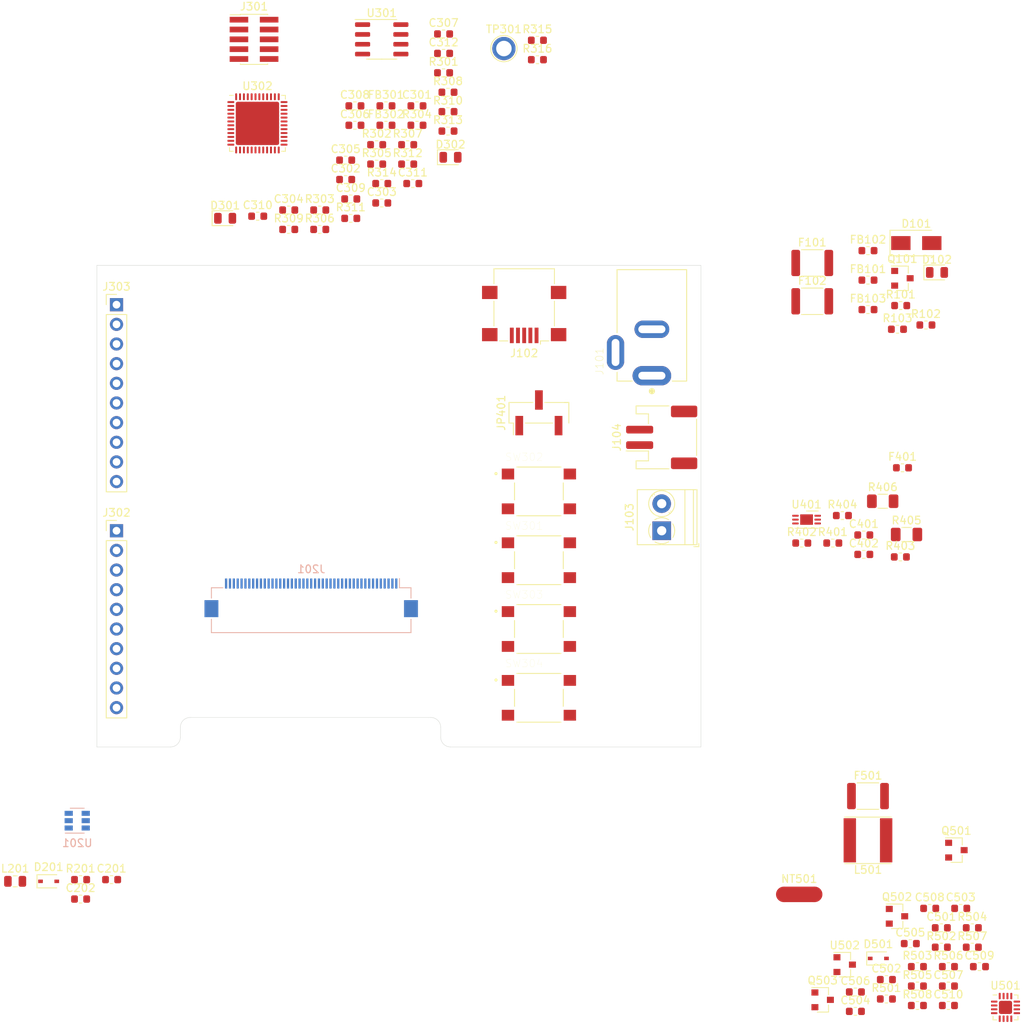
<source format=kicad_pcb>
(kicad_pcb (version 20171130) (host pcbnew "(5.1.5)-3")
  (layers (0 F.Cu signal) (31 B.Cu signal) (34 B.Paste user hide) (35 F.Paste user hide) (36 B.SilkS user) (37 F.SilkS user) (38 B.Mask user) (39 F.Mask user) (44 Edge.Cuts user))
  (net 0 "")
  (net 1 +2V8)
  (net 2 "/(Opt) TFT Display/LED_A")
  (net 3 /Microcontroller/BTN1)
  (net 4 /Microcontroller/BTN2)
  (net 5 /Microcontroller/BTN3)
  (net 6 /Microcontroller/BTN4)
  (net 7 /Microcontroller/~RST)
  (net 8 GNDREF)
  (net 9 /Microcontroller/VDDA)
  (net 10 "/Coulomb Counter/Vbatt_source")
  (net 11 "/Coulomb Counter/Vbatt_out")
  (net 12 /Power/Vin)
  (net 13 GNDPWR)
  (net 14 "Net-(C503-Pad2)")
  (net 15 "Net-(C507-Pad2)")
  (net 16 "Net-(C507-Pad1)")
  (net 17 "Net-(C508-Pad2)")
  (net 18 "Net-(C508-Pad1)")
  (net 19 /Power/Vext)
  (net 20 "Net-(D102-Pad2)")
  (net 21 "Net-(D201-Pad2)")
  (net 22 "Net-(D301-Pad2)")
  (net 23 "Net-(D301-Pad1)")
  (net 24 "Net-(D302-Pad2)")
  (net 25 "Net-(D302-Pad1)")
  (net 26 "Net-(F101-Pad2)")
  (net 27 "Net-(F102-Pad2)")
  (net 28 "Net-(F102-Pad1)")
  (net 29 "Net-(FB101-Pad2)")
  (net 30 "Net-(FB102-Pad1)")
  (net 31 +5V)
  (net 32 "Net-(J101-Pad3)")
  (net 33 "Net-(J102-Pad4)")
  (net 34 /Microcontroller/USB_DP)
  (net 35 /Microcontroller/USB_DM)
  (net 36 "Net-(J201-Pad45)")
  (net 37 "Net-(J201-Pad44)")
  (net 38 "Net-(J201-Pad43)")
  (net 39 "Net-(J201-Pad42)")
  (net 40 "/(Opt) TFT Display/LED_K")
  (net 41 "/(Opt) TFT Display/FMARK")
  (net 42 /Microcontroller/TFT_~CS)
  (net 43 "/(Opt) TFT Display/SCL")
  (net 44 "/(Opt) TFT Display/SDI")
  (net 45 "/(Opt) TFT Display/RESET")
  (net 46 "Net-(J201-Pad1)")
  (net 47 "Net-(J301-Pad8)")
  (net 48 "Net-(J301-Pad7)")
  (net 49 /Microcontroller/SWO)
  (net 50 /Microcontroller/SWCLK)
  (net 51 /Microcontroller/SWDIO)
  (net 52 /Microcontroller/SPI1_NSS)
  (net 53 /Microcontroller/SPI1_MISO)
  (net 54 /Microcontroller/SPI1_MOSI)
  (net 55 /Microcontroller/SPI1_SCK)
  (net 56 /Microcontroller/CC_~AL~CC)
  (net 57 "Net-(J302-Pad3)")
  (net 58 /Microcontroller/PB8)
  (net 59 "Net-(JP401-Pad3)")
  (net 60 "Net-(JP401-Pad1)")
  (net 61 "Net-(Q101-Pad1)")
  (net 62 "Net-(Q502-Pad1)")
  (net 63 "Net-(Q503-Pad1)")
  (net 64 "Net-(R302-Pad2)")
  (net 65 "Net-(R304-Pad2)")
  (net 66 "Net-(R306-Pad2)")
  (net 67 "Net-(R308-Pad2)")
  (net 68 "Net-(R310-Pad2)")
  (net 69 "Net-(R312-Pad2)")
  (net 70 /Microcontroller/CC_SDA)
  (net 71 /Microcontroller/CC_SCL)
  (net 72 /Microcontroller/Pgood)
  (net 73 /Power/En)
  (net 74 "Net-(R504-Pad2)")
  (net 75 /Microcontroller/Vadj)
  (net 76 "/(Opt) TFT Display/BL_CNTRL")
  (net 77 "Net-(U302-Pad38)")
  (net 78 "Net-(U302-Pad6)")
  (net 79 "Net-(U302-Pad5)")
  (net 80 "Net-(U302-Pad4)")
  (net 81 "Net-(U302-Pad3)")
  (net 82 "Net-(U302-Pad2)")
  (net 83 "Net-(U501-Pad11)")
  (net 84 "Net-(U501-Pad9)")
  (net 85 "/(Opt) TFT Display/D~CX")
  (net 86 /Microcontroller/PB9)
  (net 87 "Net-(R315-Pad2)")
  (net 88 "Net-(TP301-Pad1)")
  (net 89 GND)
  (net 90 "Net-(C509-Pad1)")
  (net 91 "Net-(F401-Pad1)")
  (module footprints:CUI_PJ-202B (layer F.Cu) (at 194.945 59.825 90)
    (fp_text reference J101 (at -4.65123 -6.7668 90) (layer F.SilkS) (effects (font (size 1.00027 1.00027) (thickness 0.05))))
    (fp_text value Barrel_Jack_Switch hide)
    (fp_line (start -6 1.75) (end -7 1.75) (layer Edge.Cuts) (width 0.0001))
    (fp_line (start -7 1.75) (end -7 -1.75) (layer Edge.Cuts) (width 0.0001))
    (fp_line (start -7 -1.75) (end -6 -1.75) (layer Edge.Cuts) (width 0.0001))
    (fp_line (start -6 -1.75) (end -6 1.75) (layer Edge.Cuts) (width 0.0001))
    (fp_line (start 0 1.5) (end -1 1.5) (layer Edge.Cuts) (width 0.0001))
    (fp_line (start -1 1.5) (end -1 -1.5) (layer Edge.Cuts) (width 0.0001))
    (fp_line (start -1 -1.5) (end 0 -1.5) (layer Edge.Cuts) (width 0.0001))
    (fp_line (start 0 -1.5) (end 0 1.5) (layer Edge.Cuts) (width 0.0001))
    (fp_line (start -5 -4.2) (end -5 -5.2) (layer Edge.Cuts) (width 0.0001))
    (fp_line (start -5 -5.2) (end -2 -5.2) (layer Edge.Cuts) (width 0.0001))
    (fp_line (start -2 -5.2) (end -2 -4.2) (layer Edge.Cuts) (width 0.0001))
    (fp_line (start -2 -4.2) (end -5 -4.2) (layer Edge.Cuts) (width 0.0001))
    (pad 1 thru_hole oval (at -6.5 0 180) (size 5 2.5) (drill oval 3.5 1) (layers *.Cu *.Mask) (net 26 "Net-(F101-Pad2)"))
    (pad 2 thru_hole oval (at -0.5 0 180) (size 4.5 2.25) (drill oval 3.5 1) (layers *.Cu *.Mask) (net 13 GNDPWR))
    (pad 3 thru_hole oval (at -3.5 -4.7 270) (size 4.5 2.25) (drill oval 3.5 1) (layers *.Cu *.Mask) (net 32 "Net-(J101-Pad3)"))
  )
  (module Package_TO_SOT_SMD:SOT-23 (layer F.Cu) (at 219.875 142.43)
    (fp_text reference U502 (at 0 -2.5) (layer F.SilkS))
    (fp_text value MCP1702)
    (pad 3 smd rect (at 1 0) (size 0.9 0.8) (layers F.Cu F.Paste F.Mask) (net 12 /Power/Vin))
    (pad 2 smd rect (at -1 0.95) (size 0.9 0.8) (layers F.Cu F.Paste F.Mask) (net 1 +2V8))
    (pad 1 smd rect (at -1 -0.95) (size 0.9 0.8) (layers F.Cu F.Paste F.Mask) (net 89 GND))
  )
  (module Package_DFN_QFN:DFN-6-1EP_3x2mm_P0.5mm_EP1.65x1.35mm (layer F.Cu) (at 214.945 84.92)
    (fp_text reference U401 (at 0 -1.95) (layer F.SilkS))
    (fp_text value LTC2942)
    (pad 7 smd rect (at 0 0) (size 1.65 1.35) (layers F.Cu F.Mask))
    (pad 6 smd roundrect (at 1.4375 -0.5) (size 0.825 0.25) (layers F.Cu F.Paste F.Mask) (net 11 "/Coulomb Counter/Vbatt_out"))
    (pad 5 smd roundrect (at 1.4375 0) (size 0.825 0.25) (layers F.Cu F.Paste F.Mask) (net 56 /Microcontroller/CC_~AL~CC))
    (pad 4 smd roundrect (at 1.4375 0.5) (size 0.825 0.25) (layers F.Cu F.Paste F.Mask) (net 70 /Microcontroller/CC_SDA))
    (pad 3 smd roundrect (at -1.4375 0.5) (size 0.825 0.25) (layers F.Cu F.Paste F.Mask) (net 71 /Microcontroller/CC_SCL))
    (pad 2 smd roundrect (at -1.4375 0) (size 0.825 0.25) (layers F.Cu F.Paste F.Mask) (net 89 GND))
    (pad 1 smd roundrect (at -1.4375 -0.5) (size 0.825 0.25) (layers F.Cu F.Paste F.Mask) (net 91 "Net-(F401-Pad1)"))
  )
  (module Package_DFN_QFN:QFN-48-1EP_7x7mm_P0.5mm_EP5.6x5.6mm (layer F.Cu) (at 143.95 33.72)
    (fp_text reference U302 (at 0 -4.82) (layer F.SilkS))
    (fp_text value STM32L452CEUx)
    (pad 48 smd roundrect (at -2.75 -3.4375) (size 0.25 0.875) (layers F.Cu F.Paste F.Mask) (net 1 +2V8))
    (pad 47 smd roundrect (at -2.25 -3.4375) (size 0.25 0.875) (layers F.Cu F.Paste F.Mask) (net 89 GND))
    (pad 46 smd roundrect (at -1.75 -3.4375) (size 0.25 0.875) (layers F.Cu F.Paste F.Mask) (net 86 /Microcontroller/PB9))
    (pad 45 smd roundrect (at -1.25 -3.4375) (size 0.25 0.875) (layers F.Cu F.Paste F.Mask) (net 58 /Microcontroller/PB8))
    (pad 44 smd roundrect (at -0.75 -3.4375) (size 0.25 0.875) (layers F.Cu F.Paste F.Mask) (net 88 "Net-(TP301-Pad1)"))
    (pad 43 smd roundrect (at -0.25 -3.4375) (size 0.25 0.875) (layers F.Cu F.Paste F.Mask) (net 6 /Microcontroller/BTN4))
    (pad 42 smd roundrect (at 0.25 -3.4375) (size 0.25 0.875) (layers F.Cu F.Paste F.Mask) (net 5 /Microcontroller/BTN3))
    (pad 41 smd roundrect (at 0.75 -3.4375) (size 0.25 0.875) (layers F.Cu F.Paste F.Mask) (net 4 /Microcontroller/BTN2))
    (pad 40 smd roundrect (at 1.25 -3.4375) (size 0.25 0.875) (layers F.Cu F.Paste F.Mask) (net 3 /Microcontroller/BTN1))
    (pad 39 smd roundrect (at 1.75 -3.4375) (size 0.25 0.875) (layers F.Cu F.Paste F.Mask) (net 49 /Microcontroller/SWO))
    (pad 38 smd roundrect (at 2.25 -3.4375) (size 0.25 0.875) (layers F.Cu F.Paste F.Mask) (net 77 "Net-(U302-Pad38)"))
    (pad 37 smd roundrect (at 2.75 -3.4375) (size 0.25 0.875) (layers F.Cu F.Paste F.Mask) (net 50 /Microcontroller/SWCLK))
    (pad 36 smd roundrect (at 3.4375 -2.75) (size 0.875 0.25) (layers F.Cu F.Paste F.Mask) (net 1 +2V8))
    (pad 35 smd roundrect (at 3.4375 -2.25) (size 0.875 0.25) (layers F.Cu F.Paste F.Mask) (net 89 GND))
    (pad 34 smd roundrect (at 3.4375 -1.75) (size 0.875 0.25) (layers F.Cu F.Paste F.Mask) (net 51 /Microcontroller/SWDIO))
    (pad 33 smd roundrect (at 3.4375 -1.25) (size 0.875 0.25) (layers F.Cu F.Paste F.Mask) (net 34 /Microcontroller/USB_DP))
    (pad 32 smd roundrect (at 3.4375 -0.75) (size 0.875 0.25) (layers F.Cu F.Paste F.Mask) (net 35 /Microcontroller/USB_DM))
    (pad 31 smd roundrect (at 3.4375 -0.25) (size 0.875 0.25) (layers F.Cu F.Paste F.Mask) (net 70 /Microcontroller/CC_SDA))
    (pad 30 smd roundrect (at 3.4375 0.25) (size 0.875 0.25) (layers F.Cu F.Paste F.Mask) (net 71 /Microcontroller/CC_SCL))
    (pad 29 smd roundrect (at 3.4375 0.75) (size 0.875 0.25) (layers F.Cu F.Paste F.Mask) (net 56 /Microcontroller/CC_~AL~CC))
    (pad 28 smd roundrect (at 3.4375 1.25) (size 0.875 0.25) (layers F.Cu F.Paste F.Mask) (net 44 "/(Opt) TFT Display/SDI"))
    (pad 27 smd roundrect (at 3.4375 1.75) (size 0.875 0.25) (layers F.Cu F.Paste F.Mask) (net 44 "/(Opt) TFT Display/SDI"))
    (pad 26 smd roundrect (at 3.4375 2.25) (size 0.875 0.25) (layers F.Cu F.Paste F.Mask) (net 43 "/(Opt) TFT Display/SCL"))
    (pad 25 smd roundrect (at 3.4375 2.75) (size 0.875 0.25) (layers F.Cu F.Paste F.Mask) (net 42 /Microcontroller/TFT_~CS))
    (pad 24 smd roundrect (at 2.75 3.4375) (size 0.25 0.875) (layers F.Cu F.Paste F.Mask) (net 1 +2V8))
    (pad 23 smd roundrect (at 2.25 3.4375) (size 0.25 0.875) (layers F.Cu F.Paste F.Mask) (net 89 GND))
    (pad 22 smd roundrect (at 1.75 3.4375) (size 0.25 0.875) (layers F.Cu F.Paste F.Mask) (net 45 "/(Opt) TFT Display/RESET"))
    (pad 21 smd roundrect (at 1.25 3.4375) (size 0.25 0.875) (layers F.Cu F.Paste F.Mask) (net 85 "/(Opt) TFT Display/D~CX"))
    (pad 20 smd roundrect (at 0.75 3.4375) (size 0.25 0.875) (layers F.Cu F.Paste F.Mask) (net 25 "Net-(D302-Pad1)"))
    (pad 19 smd roundrect (at 0.25 3.4375) (size 0.25 0.875) (layers F.Cu F.Paste F.Mask) (net 23 "Net-(D301-Pad1)"))
    (pad 18 smd roundrect (at -0.25 3.4375) (size 0.25 0.875) (layers F.Cu F.Paste F.Mask) (net 76 "/(Opt) TFT Display/BL_CNTRL"))
    (pad 17 smd roundrect (at -0.75 3.4375) (size 0.25 0.875) (layers F.Cu F.Paste F.Mask) (net 54 /Microcontroller/SPI1_MOSI))
    (pad 16 smd roundrect (at -1.25 3.4375) (size 0.25 0.875) (layers F.Cu F.Paste F.Mask) (net 53 /Microcontroller/SPI1_MISO))
    (pad 15 smd roundrect (at -1.75 3.4375) (size 0.25 0.875) (layers F.Cu F.Paste F.Mask) (net 55 /Microcontroller/SPI1_SCK))
    (pad 14 smd roundrect (at -2.25 3.4375) (size 0.25 0.875) (layers F.Cu F.Paste F.Mask) (net 75 /Microcontroller/Vadj))
    (pad 13 smd roundrect (at -2.75 3.4375) (size 0.25 0.875) (layers F.Cu F.Paste F.Mask) (net 52 /Microcontroller/SPI1_NSS))
    (pad 12 smd roundrect (at -3.4375 2.75) (size 0.875 0.25) (layers F.Cu F.Paste F.Mask) (net 73 /Power/En))
    (pad 11 smd roundrect (at -3.4375 2.25) (size 0.875 0.25) (layers F.Cu F.Paste F.Mask) (net 72 /Microcontroller/Pgood))
    (pad 10 smd roundrect (at -3.4375 1.75) (size 0.875 0.25) (layers F.Cu F.Paste F.Mask) (net 87 "Net-(R315-Pad2)"))
    (pad 9 smd roundrect (at -3.4375 1.25) (size 0.875 0.25) (layers F.Cu F.Paste F.Mask) (net 9 /Microcontroller/VDDA))
    (pad 8 smd roundrect (at -3.4375 0.75) (size 0.875 0.25) (layers F.Cu F.Paste F.Mask) (net 8 GNDREF))
    (pad 7 smd roundrect (at -3.4375 0.25) (size 0.875 0.25) (layers F.Cu F.Paste F.Mask) (net 7 /Microcontroller/~RST))
    (pad 6 smd roundrect (at -3.4375 -0.25) (size 0.875 0.25) (layers F.Cu F.Paste F.Mask) (net 78 "Net-(U302-Pad6)"))
    (pad 5 smd roundrect (at -3.4375 -0.75) (size 0.875 0.25) (layers F.Cu F.Paste F.Mask) (net 79 "Net-(U302-Pad5)"))
    (pad 4 smd roundrect (at -3.4375 -1.25) (size 0.875 0.25) (layers F.Cu F.Paste F.Mask) (net 80 "Net-(U302-Pad4)"))
    (pad 3 smd roundrect (at -3.4375 -1.75) (size 0.875 0.25) (layers F.Cu F.Paste F.Mask) (net 81 "Net-(U302-Pad3)"))
    (pad 2 smd roundrect (at -3.4375 -2.25) (size 0.875 0.25) (layers F.Cu F.Paste F.Mask) (net 82 "Net-(U302-Pad2)"))
    (pad 1 smd roundrect (at -3.4375 -2.75) (size 0.875 0.25) (layers F.Cu F.Paste F.Mask) (net 1 +2V8))
    (pad 49 smd roundrect (at 0 0) (size 5.6 5.6) (layers F.Cu F.Mask) (roundrect_rratio 0.044643) (net 89 GND))
  )
  (module Package_SO:SOIC-8_3.9x4.9mm_P1.27mm (layer F.Cu) (at 160.02 22.86)
    (fp_text reference U301 (at 0 -3.4) (layer F.SilkS))
    (fp_text value M95256-WMN6P)
    (pad 8 smd roundrect (at 2.475 -1.905) (size 1.95 0.6) (layers F.Cu F.Paste F.Mask) (net 1 +2V8))
    (pad 7 smd roundrect (at 2.475 -0.635) (size 1.95 0.6) (layers F.Cu F.Paste F.Mask) (net 69 "Net-(R312-Pad2)"))
    (pad 6 smd roundrect (at 2.475 0.635) (size 1.95 0.6) (layers F.Cu F.Paste F.Mask) (net 55 /Microcontroller/SPI1_SCK))
    (pad 5 smd roundrect (at 2.475 1.905) (size 1.95 0.6) (layers F.Cu F.Paste F.Mask) (net 54 /Microcontroller/SPI1_MOSI))
    (pad 4 smd roundrect (at -2.475 1.905) (size 1.95 0.6) (layers F.Cu F.Paste F.Mask) (net 89 GND))
    (pad 3 smd roundrect (at -2.475 0.635) (size 1.95 0.6) (layers F.Cu F.Paste F.Mask) (net 68 "Net-(R310-Pad2)"))
    (pad 2 smd roundrect (at -2.475 -0.635) (size 1.95 0.6) (layers F.Cu F.Paste F.Mask) (net 53 /Microcontroller/SPI1_MISO))
    (pad 1 smd roundrect (at -2.475 -1.905) (size 1.95 0.6) (layers F.Cu F.Paste F.Mask) (net 52 /Microcontroller/SPI1_NSS))
  )
  (module Package_TO_SOT_SMD:SOT-23-6 (layer B.Cu) (at 120.65 123.825)
    (fp_text reference U201 (at 0 2.9) (layer B.SilkS) (effects (justify mirror)))
    (fp_text value AP3032)
    (pad 5 smd rect (at 1.1 0) (size 1.06 0.65) (layers B.Cu B.Paste B.Mask) (net 2 "/(Opt) TFT Display/LED_A"))
    (pad 6 smd rect (at 1.1 0.95) (size 1.06 0.65) (layers B.Cu B.Paste B.Mask) (net 1 +2V8))
    (pad 4 smd rect (at 1.1 -0.95) (size 1.06 0.65) (layers B.Cu B.Paste B.Mask) (net 76 "/(Opt) TFT Display/BL_CNTRL"))
    (pad 3 smd rect (at -1.1 -0.95) (size 1.06 0.65) (layers B.Cu B.Paste B.Mask) (net 40 "/(Opt) TFT Display/LED_K"))
    (pad 2 smd rect (at -1.1 0) (size 1.06 0.65) (layers B.Cu B.Paste B.Mask) (net 89 GND))
    (pad 1 smd rect (at -1.1 0.95) (size 1.06 0.65) (layers B.Cu B.Paste B.Mask) (net 21 "Net-(D201-Pad2)"))
  )
  (module footprints:SW_B3FS-1010P (layer F.Cu) (at 180.34 107.95)
    (fp_text reference SW304 (at -1.905 -4.445) (layer F.SilkS) (effects (font (thickness 0.015))))
    (fp_text value SW_Push)
    (pad 2 smd rect (at 4 2.25) (size 1.6 1.4) (layers F.Cu F.Paste F.Mask) (net 89 GND))
    (pad 2 smd rect (at -4 2.25) (size 1.6 1.4) (layers F.Cu F.Paste F.Mask) (net 89 GND))
    (pad 1 smd rect (at 4 -2.25) (size 1.6 1.4) (layers F.Cu F.Paste F.Mask) (net 67 "Net-(R308-Pad2)"))
    (pad 1 smd rect (at -4 -2.25) (size 1.6 1.4) (layers F.Cu F.Paste F.Mask) (net 67 "Net-(R308-Pad2)"))
  )
  (module footprints:SW_B3FS-1010P (layer F.Cu) (at 180.34 99.06)
    (fp_text reference SW303 (at -1.905 -4.445) (layer F.SilkS) (effects (font (thickness 0.015))))
    (fp_text value SW_Push)
    (pad 2 smd rect (at 4 2.25) (size 1.6 1.4) (layers F.Cu F.Paste F.Mask) (net 89 GND))
    (pad 2 smd rect (at -4 2.25) (size 1.6 1.4) (layers F.Cu F.Paste F.Mask) (net 89 GND))
    (pad 1 smd rect (at 4 -2.25) (size 1.6 1.4) (layers F.Cu F.Paste F.Mask) (net 66 "Net-(R306-Pad2)"))
    (pad 1 smd rect (at -4 -2.25) (size 1.6 1.4) (layers F.Cu F.Paste F.Mask) (net 66 "Net-(R306-Pad2)"))
  )
  (module footprints:SW_B3FS-1010P (layer F.Cu) (at 180.34 81.28)
    (fp_text reference SW302 (at -1.905 -4.445) (layer F.SilkS) (effects (font (thickness 0.015))))
    (fp_text value SW_Push)
    (pad 2 smd rect (at 4 2.25) (size 1.6 1.4) (layers F.Cu F.Paste F.Mask) (net 89 GND))
    (pad 2 smd rect (at -4 2.25) (size 1.6 1.4) (layers F.Cu F.Paste F.Mask) (net 89 GND))
    (pad 1 smd rect (at 4 -2.25) (size 1.6 1.4) (layers F.Cu F.Paste F.Mask) (net 65 "Net-(R304-Pad2)"))
    (pad 1 smd rect (at -4 -2.25) (size 1.6 1.4) (layers F.Cu F.Paste F.Mask) (net 65 "Net-(R304-Pad2)"))
  )
  (module footprints:SW_B3FS-1010P (layer F.Cu) (at 180.34 90.17)
    (fp_text reference SW301 (at -1.905 -4.445) (layer F.SilkS) (effects (font (thickness 0.015))))
    (fp_text value SW_Push)
    (pad 2 smd rect (at 4 2.25) (size 1.6 1.4) (layers F.Cu F.Paste F.Mask) (net 89 GND))
    (pad 2 smd rect (at -4 2.25) (size 1.6 1.4) (layers F.Cu F.Paste F.Mask) (net 89 GND))
    (pad 1 smd rect (at 4 -2.25) (size 1.6 1.4) (layers F.Cu F.Paste F.Mask) (net 64 "Net-(R302-Pad2)"))
    (pad 1 smd rect (at -4 -2.25) (size 1.6 1.4) (layers F.Cu F.Paste F.Mask) (net 64 "Net-(R302-Pad2)"))
  )
  (module Resistor_SMD:R_0603_1608Metric (layer F.Cu) (at 229.275 147.71)
    (fp_text reference R508 (at 0 -1.43) (layer F.SilkS))
    (fp_text value 10.5k)
    (pad 2 smd roundrect (at 0.7875 0) (size 0.875 0.95) (layers F.Cu F.Paste F.Mask) (net 17 "Net-(C508-Pad2)"))
    (pad 1 smd roundrect (at -0.7875 0) (size 0.875 0.95) (layers F.Cu F.Paste F.Mask) (net 75 /Microcontroller/Vadj))
  )
  (module Resistor_SMD:R_0603_1608Metric (layer F.Cu) (at 236.375 140.18)
    (fp_text reference R507 (at 0 -1.43) (layer F.SilkS))
    (fp_text value 3.9k)
    (pad 2 smd roundrect (at 0.7875 0) (size 0.875 0.95) (layers F.Cu F.Paste F.Mask) (net 17 "Net-(C508-Pad2)"))
    (pad 1 smd roundrect (at -0.7875 0) (size 0.875 0.95) (layers F.Cu F.Paste F.Mask) (net 89 GND))
  )
  (module Resistor_SMD:R_0603_1608Metric (layer F.Cu) (at 233.285 142.69)
    (fp_text reference R506 (at 0 -1.43) (layer F.SilkS))
    (fp_text value 15k)
    (pad 2 smd roundrect (at 0.7875 0) (size 0.875 0.95) (layers F.Cu F.Paste F.Mask) (net 90 "Net-(C509-Pad1)"))
    (pad 1 smd roundrect (at -0.7875 0) (size 0.875 0.95) (layers F.Cu F.Paste F.Mask) (net 17 "Net-(C508-Pad2)"))
  )
  (module Resistor_SMD:R_0603_1608Metric (layer F.Cu) (at 229.275 145.2)
    (fp_text reference R505 (at 0 -1.43) (layer F.SilkS))
    (fp_text value 95.3k)
    (pad 2 smd roundrect (at 0.7875 0) (size 0.875 0.95) (layers F.Cu F.Paste F.Mask) (net 15 "Net-(C507-Pad2)"))
    (pad 1 smd roundrect (at -0.7875 0) (size 0.875 0.95) (layers F.Cu F.Paste F.Mask) (net 18 "Net-(C508-Pad1)"))
  )
  (module Resistor_SMD:R_0603_1608Metric (layer F.Cu) (at 236.375 137.67)
    (fp_text reference R504 (at 0 -1.43) (layer F.SilkS))
    (fp_text value 2.2k)
    (pad 2 smd roundrect (at 0.7875 0) (size 0.875 0.95) (layers F.Cu F.Paste F.Mask) (net 74 "Net-(R504-Pad2)"))
    (pad 1 smd roundrect (at -0.7875 0) (size 0.875 0.95) (layers F.Cu F.Paste F.Mask) (net 15 "Net-(C507-Pad2)"))
  )
  (module Resistor_SMD:R_0603_1608Metric (layer F.Cu) (at 229.275 142.69)
    (fp_text reference R503 (at 0 -1.43) (layer F.SilkS))
    (fp_text value 10k)
    (pad 2 smd roundrect (at 0.7875 0) (size 0.875 0.95) (layers F.Cu F.Paste F.Mask) (net 89 GND))
    (pad 1 smd roundrect (at -0.7875 0) (size 0.875 0.95) (layers F.Cu F.Paste F.Mask) (net 19 /Power/Vext))
  )
  (module Resistor_SMD:R_0603_1608Metric (layer F.Cu) (at 232.365 140.18)
    (fp_text reference R502 (at 0 -1.43) (layer F.SilkS))
    (fp_text value 10k)
    (pad 2 smd roundrect (at 0.7875 0) (size 0.875 0.95) (layers F.Cu F.Paste F.Mask) (net 73 /Power/En))
    (pad 1 smd roundrect (at -0.7875 0) (size 0.875 0.95) (layers F.Cu F.Paste F.Mask) (net 1 +2V8))
  )
  (module Resistor_SMD:R_0603_1608Metric (layer F.Cu) (at 225.265 146.87)
    (fp_text reference R501 (at 0 -1.43) (layer F.SilkS))
    (fp_text value 10k)
    (pad 2 smd roundrect (at 0.7875 0) (size 0.875 0.95) (layers F.Cu F.Paste F.Mask) (net 72 /Microcontroller/Pgood))
    (pad 1 smd roundrect (at -0.7875 0) (size 0.875 0.95) (layers F.Cu F.Paste F.Mask) (net 1 +2V8))
  )
  (module Resistor_SMD:R_1206_3216Metric (layer F.Cu) (at 227.87 86.845)
    (fp_text reference R405 (at 0 -1.82) (layer F.SilkS))
    (fp_text value 1.1)
    (pad 2 smd roundrect (at 1.4 0) (size 1.25 1.75) (layers F.Cu F.Paste F.Mask) (roundrect_rratio 0.2) (net 59 "Net-(JP401-Pad3)"))
    (pad 1 smd roundrect (at -1.4 0) (size 1.25 1.75) (layers F.Cu F.Paste F.Mask) (roundrect_rratio 0.2) (net 11 "/Coulomb Counter/Vbatt_out"))
  )
  (module Resistor_SMD:R_0603_1608Metric (layer F.Cu) (at 219.575 84.4)
    (fp_text reference R404 (at 0 -1.43) (layer F.SilkS))
    (fp_text value 100m)
    (pad 2 smd roundrect (at 0.7875 0) (size 0.875 0.95) (layers F.Cu F.Paste F.Mask) (net 60 "Net-(JP401-Pad1)"))
    (pad 1 smd roundrect (at -0.7875 0) (size 0.875 0.95) (layers F.Cu F.Paste F.Mask) (net 11 "/Coulomb Counter/Vbatt_out"))
  )
  (module Resistor_SMD:R_0603_1608Metric (layer F.Cu) (at 227.07 89.745)
    (fp_text reference R403 (at 0 -1.43) (layer F.SilkS))
    (fp_text value 10k)
    (pad 2 smd roundrect (at 0.7875 0) (size 0.875 0.95) (layers F.Cu F.Paste F.Mask) (net 1 +2V8))
    (pad 1 smd roundrect (at -0.7875 0) (size 0.875 0.95) (layers F.Cu F.Paste F.Mask) (net 56 /Microcontroller/CC_~AL~CC))
  )
  (module Resistor_SMD:R_0603_1608Metric (layer F.Cu) (at 214.325 87.95)
    (fp_text reference R402 (at 0 -1.43) (layer F.SilkS))
    (fp_text value 2.2k)
    (pad 2 smd roundrect (at 0.7875 0) (size 0.875 0.95) (layers F.Cu F.Paste F.Mask) (net 71 /Microcontroller/CC_SCL))
    (pad 1 smd roundrect (at -0.7875 0) (size 0.875 0.95) (layers F.Cu F.Paste F.Mask) (net 1 +2V8))
  )
  (module Resistor_SMD:R_0603_1608Metric (layer F.Cu) (at 218.335 87.95)
    (fp_text reference R401 (at 0 -1.43) (layer F.SilkS))
    (fp_text value 2.2k)
    (pad 2 smd roundrect (at 0.7875 0) (size 0.875 0.95) (layers F.Cu F.Paste F.Mask) (net 70 /Microcontroller/CC_SDA))
    (pad 1 smd roundrect (at -0.7875 0) (size 0.875 0.95) (layers F.Cu F.Paste F.Mask) (net 1 +2V8))
  )
  (module Resistor_SMD:R_0603_1608Metric (layer F.Cu) (at 160.025 41.495)
    (fp_text reference R314 (at 0 -1.43) (layer F.SilkS))
    (fp_text value 10k)
    (pad 2 smd roundrect (at 0.7875 0) (size 0.875 0.95) (layers F.Cu F.Paste F.Mask) (net 7 /Microcontroller/~RST))
    (pad 1 smd roundrect (at -0.7875 0) (size 0.875 0.95) (layers F.Cu F.Paste F.Mask) (net 1 +2V8))
  )
  (module Resistor_SMD:R_0603_1608Metric (layer F.Cu) (at 168.585 34.715)
    (fp_text reference R313 (at 0 -1.43) (layer F.SilkS))
    (fp_text value 10k)
    (pad 2 smd roundrect (at 0.7875 0) (size 0.875 0.95) (layers F.Cu F.Paste F.Mask) (net 52 /Microcontroller/SPI1_NSS))
    (pad 1 smd roundrect (at -0.7875 0) (size 0.875 0.95) (layers F.Cu F.Paste F.Mask) (net 1 +2V8))
  )
  (module Resistor_SMD:R_0603_1608Metric (layer F.Cu) (at 163.375 38.985)
    (fp_text reference R312 (at 0 -1.43) (layer F.SilkS))
    (fp_text value 10k)
    (pad 2 smd roundrect (at 0.7875 0) (size 0.875 0.95) (layers F.Cu F.Paste F.Mask) (net 69 "Net-(R312-Pad2)"))
    (pad 1 smd roundrect (at -0.7875 0) (size 0.875 0.95) (layers F.Cu F.Paste F.Mask) (net 1 +2V8))
  )
  (module Resistor_SMD:R_0603_1608Metric (layer F.Cu) (at 156.015 45.995)
    (fp_text reference R311 (at 0 -1.43) (layer F.SilkS))
    (fp_text value 1k)
    (pad 2 smd roundrect (at 0.7875 0) (size 0.875 0.95) (layers F.Cu F.Paste F.Mask) (net 24 "Net-(D302-Pad2)"))
    (pad 1 smd roundrect (at -0.7875 0) (size 0.875 0.95) (layers F.Cu F.Paste F.Mask) (net 1 +2V8))
  )
  (module Resistor_SMD:R_0603_1608Metric (layer F.Cu) (at 168.585 32.205)
    (fp_text reference R310 (at 0 -1.43) (layer F.SilkS))
    (fp_text value 10k)
    (pad 2 smd roundrect (at 0.7875 0) (size 0.875 0.95) (layers F.Cu F.Paste F.Mask) (net 68 "Net-(R310-Pad2)"))
    (pad 1 smd roundrect (at -0.7875 0) (size 0.875 0.95) (layers F.Cu F.Paste F.Mask) (net 1 +2V8))
  )
  (module Resistor_SMD:R_0603_1608Metric (layer F.Cu) (at 147.995 47.425)
    (fp_text reference R309 (at 0 -1.43) (layer F.SilkS))
    (fp_text value 1k)
    (pad 2 smd roundrect (at 0.7875 0) (size 0.875 0.95) (layers F.Cu F.Paste F.Mask) (net 22 "Net-(D301-Pad2)"))
    (pad 1 smd roundrect (at -0.7875 0) (size 0.875 0.95) (layers F.Cu F.Paste F.Mask) (net 1 +2V8))
  )
  (module Resistor_SMD:R_0603_1608Metric (layer F.Cu) (at 168.585 29.695)
    (fp_text reference R308 (at 0 -1.43) (layer F.SilkS))
    (fp_text value 1k)
    (pad 2 smd roundrect (at 0.7875 0) (size 0.875 0.95) (layers F.Cu F.Paste F.Mask) (net 67 "Net-(R308-Pad2)"))
    (pad 1 smd roundrect (at -0.7875 0) (size 0.875 0.95) (layers F.Cu F.Paste F.Mask) (net 6 /Microcontroller/BTN4))
  )
  (module Resistor_SMD:R_0603_1608Metric (layer F.Cu) (at 163.375 36.475)
    (fp_text reference R307 (at 0 -1.43) (layer F.SilkS))
    (fp_text value 10k)
    (pad 2 smd roundrect (at 0.7875 0) (size 0.875 0.95) (layers F.Cu F.Paste F.Mask) (net 6 /Microcontroller/BTN4))
    (pad 1 smd roundrect (at -0.7875 0) (size 0.875 0.95) (layers F.Cu F.Paste F.Mask) (net 1 +2V8))
  )
  (module Resistor_SMD:R_0603_1608Metric (layer F.Cu) (at 152.005 47.425)
    (fp_text reference R306 (at 0 -1.43) (layer F.SilkS))
    (fp_text value 1k)
    (pad 2 smd roundrect (at 0.7875 0) (size 0.875 0.95) (layers F.Cu F.Paste F.Mask) (net 66 "Net-(R306-Pad2)"))
    (pad 1 smd roundrect (at -0.7875 0) (size 0.875 0.95) (layers F.Cu F.Paste F.Mask) (net 5 /Microcontroller/BTN3))
  )
  (module Resistor_SMD:R_0603_1608Metric (layer F.Cu) (at 159.365 38.985)
    (fp_text reference R305 (at 0 -1.43) (layer F.SilkS))
    (fp_text value 10k)
    (pad 2 smd roundrect (at 0.7875 0) (size 0.875 0.95) (layers F.Cu F.Paste F.Mask) (net 5 /Microcontroller/BTN3))
    (pad 1 smd roundrect (at -0.7875 0) (size 0.875 0.95) (layers F.Cu F.Paste F.Mask) (net 1 +2V8))
  )
  (module Resistor_SMD:R_0603_1608Metric (layer F.Cu) (at 164.575 33.965)
    (fp_text reference R304 (at 0 -1.43) (layer F.SilkS))
    (fp_text value 1k)
    (pad 2 smd roundrect (at 0.7875 0) (size 0.875 0.95) (layers F.Cu F.Paste F.Mask) (net 65 "Net-(R304-Pad2)"))
    (pad 1 smd roundrect (at -0.7875 0) (size 0.875 0.95) (layers F.Cu F.Paste F.Mask) (net 4 /Microcontroller/BTN2))
  )
  (module Resistor_SMD:R_0603_1608Metric (layer F.Cu) (at 152.005 44.915)
    (fp_text reference R303 (at 0 -1.43) (layer F.SilkS))
    (fp_text value 10k)
    (pad 2 smd roundrect (at 0.7875 0) (size 0.875 0.95) (layers F.Cu F.Paste F.Mask) (net 4 /Microcontroller/BTN2))
    (pad 1 smd roundrect (at -0.7875 0) (size 0.875 0.95) (layers F.Cu F.Paste F.Mask) (net 1 +2V8))
  )
  (module Resistor_SMD:R_0603_1608Metric (layer F.Cu) (at 159.365 36.475)
    (fp_text reference R302 (at 0 -1.43) (layer F.SilkS))
    (fp_text value 1k)
    (pad 2 smd roundrect (at 0.7875 0) (size 0.875 0.95) (layers F.Cu F.Paste F.Mask) (net 64 "Net-(R302-Pad2)"))
    (pad 1 smd roundrect (at -0.7875 0) (size 0.875 0.95) (layers F.Cu F.Paste F.Mask) (net 3 /Microcontroller/BTN1))
  )
  (module Resistor_SMD:R_0603_1608Metric (layer F.Cu) (at 168.015 27.185)
    (fp_text reference R301 (at 0 -1.43) (layer F.SilkS))
    (fp_text value 10k)
    (pad 2 smd roundrect (at 0.7875 0) (size 0.875 0.95) (layers F.Cu F.Paste F.Mask) (net 3 /Microcontroller/BTN1))
    (pad 1 smd roundrect (at -0.7875 0) (size 0.875 0.95) (layers F.Cu F.Paste F.Mask) (net 1 +2V8))
  )
  (module Resistor_SMD:R_0603_1608Metric (layer F.Cu) (at 121.085 131.445)
    (fp_text reference R201 (at 0 -1.43) (layer F.SilkS))
    (fp_text value 10)
    (pad 2 smd roundrect (at 0.7875 0) (size 0.875 0.95) (layers F.Cu F.Paste F.Mask) (net 89 GND))
    (pad 1 smd roundrect (at -0.7875 0) (size 0.875 0.95) (layers F.Cu F.Paste F.Mask) (net 40 "/(Opt) TFT Display/LED_K"))
  )
  (module Resistor_SMD:R_0603_1608Metric (layer F.Cu) (at 226.695 60.325)
    (fp_text reference R103 (at 0 -1.43) (layer F.SilkS))
    (fp_text value 1k)
    (pad 2 smd roundrect (at 0.7875 0) (size 0.875 0.95) (layers F.Cu F.Paste F.Mask) (net 20 "Net-(D102-Pad2)"))
    (pad 1 smd roundrect (at -0.7875 0) (size 0.875 0.95) (layers F.Cu F.Paste F.Mask) (net 12 /Power/Vin))
  )
  (module Resistor_SMD:R_0603_1608Metric (layer F.Cu) (at 230.375 59.775)
    (fp_text reference R102 (at 0 -1.43) (layer F.SilkS))
    (fp_text value 100k)
    (pad 2 smd roundrect (at 0.7875 0) (size 0.875 0.95) (layers F.Cu F.Paste F.Mask) (net 89 GND))
    (pad 1 smd roundrect (at -0.7875 0) (size 0.875 0.95) (layers F.Cu F.Paste F.Mask) (net 61 "Net-(Q101-Pad1)"))
  )
  (module Resistor_SMD:R_0603_1608Metric (layer F.Cu) (at 227.115 57.265)
    (fp_text reference R101 (at 0 -1.43) (layer F.SilkS))
    (fp_text value 1k)
    (pad 2 smd roundrect (at 0.7875 0) (size 0.875 0.95) (layers F.Cu F.Paste F.Mask) (net 61 "Net-(Q101-Pad1)"))
    (pad 1 smd roundrect (at -0.7875 0) (size 0.875 0.95) (layers F.Cu F.Paste F.Mask) (net 19 /Power/Vext))
  )
  (module Package_TO_SOT_SMD:SOT-23 (layer F.Cu) (at 217.025 146.98)
    (fp_text reference Q503 (at 0 -2.5) (layer F.SilkS))
    (fp_text value Q_NMOS_GSD)
    (pad 3 smd rect (at 1 0) (size 0.9 0.8) (layers F.Cu F.Paste F.Mask) (net 15 "Net-(C507-Pad2)"))
    (pad 2 smd rect (at -1 0.95) (size 0.9 0.8) (layers F.Cu F.Paste F.Mask) (net 13 GNDPWR))
    (pad 1 smd rect (at -1 -0.95) (size 0.9 0.8) (layers F.Cu F.Paste F.Mask) (net 63 "Net-(Q503-Pad1)"))
  )
  (module Package_TO_SOT_SMD:SOT-23 (layer F.Cu) (at 226.635 136.18)
    (fp_text reference Q502 (at 0 -2.5) (layer F.SilkS))
    (fp_text value Q_NMOS_GSD)
    (pad 3 smd rect (at 1 0) (size 0.9 0.8) (layers F.Cu F.Paste F.Mask) (net 12 /Power/Vin))
    (pad 2 smd rect (at -1 0.95) (size 0.9 0.8) (layers F.Cu F.Paste F.Mask) (net 15 "Net-(C507-Pad2)"))
    (pad 1 smd rect (at -1 -0.95) (size 0.9 0.8) (layers F.Cu F.Paste F.Mask) (net 62 "Net-(Q502-Pad1)"))
  )
  (module Package_TO_SOT_SMD:SOT-23 (layer F.Cu) (at 234.315 127.635)
    (fp_text reference Q501 (at 0 -2.5) (layer F.SilkS))
    (fp_text value Q_PMOS_GSD)
    (pad 3 smd rect (at 1 0) (size 0.9 0.8) (layers F.Cu F.Paste F.Mask) (net 14 "Net-(C503-Pad2)"))
    (pad 2 smd rect (at -1 0.95) (size 0.9 0.8) (layers F.Cu F.Paste F.Mask) (net 12 /Power/Vin))
    (pad 1 smd rect (at -1 -0.95) (size 0.9 0.8) (layers F.Cu F.Paste F.Mask) (net 19 /Power/Vext))
  )
  (module Package_TO_SOT_SMD:SOT-23 (layer F.Cu) (at 227.335 53.735)
    (fp_text reference Q101 (at 0 -2.5) (layer F.SilkS))
    (fp_text value Q_PMOS_GSD)
    (pad 3 smd rect (at 1 0) (size 0.9 0.8) (layers F.Cu F.Paste F.Mask) (net 12 /Power/Vin))
    (pad 2 smd rect (at -1 0.95) (size 0.9 0.8) (layers F.Cu F.Paste F.Mask) (net 31 +5V))
    (pad 1 smd rect (at -1 -0.95) (size 0.9 0.8) (layers F.Cu F.Paste F.Mask) (net 61 "Net-(Q101-Pad1)"))
  )
  (module NetTie:NetTie-2_SMD_Pad2.0mm (layer F.Cu) (at 213.995 133.35)
    (fp_text reference NT501 (at 0 -2) (layer F.SilkS))
    (fp_text value Net-Tie_2)
    (fp_poly (pts (xy -2 -1) (xy 2 -1) (xy 2 1) (xy -2 1)) (layer F.Cu) (width 0))
    (pad 2 smd circle (at 2 0) (size 2 2) (layers F.Cu) (net 89 GND))
    (pad 1 smd circle (at -2 0) (size 2 2) (layers F.Cu) (net 13 GNDPWR))
  )
  (module footprints:NRS6028-IND-NS (layer F.Cu) (at 222.885 126.365)
    (fp_text reference L501 (at 0 3.81) (layer F.SilkS))
    (fp_text value 50u)
    (pad 2 smd rect (at 2.35 0) (size 1.6 5.7) (layers F.Cu F.Paste F.Mask) (net 90 "Net-(C509-Pad1)"))
    (pad 1 smd rect (at -2.35 0) (size 1.6 5.7) (layers F.Cu F.Paste F.Mask) (net 15 "Net-(C507-Pad2)"))
  )
  (module Inductor_SMD:L_0805_2012Metric (layer F.Cu) (at 112.625 131.665)
    (fp_text reference L201 (at 0 -1.65) (layer F.SilkS))
    (fp_text value 6.8u)
    (pad 2 smd roundrect (at 0.9375 0) (size 0.975 1.4) (layers F.Cu F.Paste F.Mask) (net 21 "Net-(D201-Pad2)"))
    (pad 1 smd roundrect (at -0.9375 0) (size 0.975 1.4) (layers F.Cu F.Paste F.Mask) (net 1 +2V8))
  )
  (module Connector_PinHeader_2.54mm:PinHeader_1x03_P2.54mm_Vertical_SMD_Pin1Left (layer F.Cu) (at 180.34 71.12 90)
    (fp_text reference JP401 (at 0 -4.87 90) (layer F.SilkS))
    (fp_text value Jumper_3_Bridged12)
    (pad 2 smd rect (at 1.655 0 90) (size 2.51 1) (layers F.Cu F.Paste F.Mask) (net 10 "/Coulomb Counter/Vbatt_source"))
    (pad 3 smd rect (at -1.655 2.54 90) (size 2.51 1) (layers F.Cu F.Paste F.Mask) (net 59 "Net-(JP401-Pad3)"))
    (pad 1 smd rect (at -1.655 -2.54 90) (size 2.51 1) (layers F.Cu F.Paste F.Mask) (net 60 "Net-(JP401-Pad1)"))
  )
  (module Connector_PinHeader_2.54mm:PinHeader_1x10_P2.54mm_Vertical (layer F.Cu) (at 125.73 57.15)
    (fp_text reference J303 (at 0 -2.33) (layer F.SilkS))
    (fp_text value Conn_01x10)
    (pad 10 thru_hole oval (at 0 22.86) (size 1.7 1.7) (drill 1) (layers *.Cu *.Mask) (net 89 GND))
    (pad 9 thru_hole oval (at 0 20.32) (size 1.7 1.7) (drill 1) (layers *.Cu *.Mask) (net 1 +2V8))
    (pad 8 thru_hole oval (at 0 17.78) (size 1.7 1.7) (drill 1) (layers *.Cu *.Mask) (net 42 /Microcontroller/TFT_~CS))
    (pad 7 thru_hole oval (at 0 15.24) (size 1.7 1.7) (drill 1) (layers *.Cu *.Mask) (net 44 "/(Opt) TFT Display/SDI"))
    (pad 6 thru_hole oval (at 0 12.7) (size 1.7 1.7) (drill 1) (layers *.Cu *.Mask) (net 44 "/(Opt) TFT Display/SDI"))
    (pad 5 thru_hole oval (at 0 10.16) (size 1.7 1.7) (drill 1) (layers *.Cu *.Mask) (net 43 "/(Opt) TFT Display/SCL"))
    (pad 4 thru_hole oval (at 0 7.62) (size 1.7 1.7) (drill 1) (layers *.Cu *.Mask) (net 86 /Microcontroller/PB9))
    (pad 3 thru_hole oval (at 0 5.08) (size 1.7 1.7) (drill 1) (layers *.Cu *.Mask) (net 58 /Microcontroller/PB8))
    (pad 2 thru_hole oval (at 0 2.54) (size 1.7 1.7) (drill 1) (layers *.Cu *.Mask) (net 1 +2V8))
    (pad 1 thru_hole rect (at 0 0) (size 1.7 1.7) (drill 1) (layers *.Cu *.Mask) (net 89 GND))
  )
  (module Connector_PinHeader_2.54mm:PinHeader_1x10_P2.54mm_Vertical (layer F.Cu) (at 125.73 86.36)
    (fp_text reference J302 (at 0 -2.33) (layer F.SilkS))
    (fp_text value Conn_01x10)
    (pad 10 thru_hole oval (at 0 22.86) (size 1.7 1.7) (drill 1) (layers *.Cu *.Mask) (net 89 GND))
    (pad 9 thru_hole oval (at 0 20.32) (size 1.7 1.7) (drill 1) (layers *.Cu *.Mask) (net 1 +2V8))
    (pad 8 thru_hole oval (at 0 17.78) (size 1.7 1.7) (drill 1) (layers *.Cu *.Mask) (net 52 /Microcontroller/SPI1_NSS))
    (pad 7 thru_hole oval (at 0 15.24) (size 1.7 1.7) (drill 1) (layers *.Cu *.Mask) (net 53 /Microcontroller/SPI1_MISO))
    (pad 6 thru_hole oval (at 0 12.7) (size 1.7 1.7) (drill 1) (layers *.Cu *.Mask) (net 54 /Microcontroller/SPI1_MOSI))
    (pad 5 thru_hole oval (at 0 10.16) (size 1.7 1.7) (drill 1) (layers *.Cu *.Mask) (net 55 /Microcontroller/SPI1_SCK))
    (pad 4 thru_hole oval (at 0 7.62) (size 1.7 1.7) (drill 1) (layers *.Cu *.Mask) (net 75 /Microcontroller/Vadj))
    (pad 3 thru_hole oval (at 0 5.08) (size 1.7 1.7) (drill 1) (layers *.Cu *.Mask) (net 57 "Net-(J302-Pad3)"))
    (pad 2 thru_hole oval (at 0 2.54) (size 1.7 1.7) (drill 1) (layers *.Cu *.Mask) (net 1 +2V8))
    (pad 1 thru_hole rect (at 0 0) (size 1.7 1.7) (drill 1) (layers *.Cu *.Mask) (net 89 GND))
  )
  (module Connector_PinHeader_1.27mm:PinHeader_2x05_P1.27mm_Vertical_SMD (layer F.Cu) (at 143.51 22.86)
    (fp_text reference J301 (at 0 -4.235) (layer F.SilkS))
    (fp_text value Conn_ARM_JTAG_SWD_10)
    (pad 10 smd rect (at 1.95 2.54) (size 2.4 0.74) (layers F.Cu F.Paste F.Mask) (net 7 /Microcontroller/~RST))
    (pad 9 smd rect (at -1.95 2.54) (size 2.4 0.74) (layers F.Cu F.Paste F.Mask) (net 89 GND))
    (pad 8 smd rect (at 1.95 1.27) (size 2.4 0.74) (layers F.Cu F.Paste F.Mask) (net 47 "Net-(J301-Pad8)"))
    (pad 7 smd rect (at -1.95 1.27) (size 2.4 0.74) (layers F.Cu F.Paste F.Mask) (net 48 "Net-(J301-Pad7)"))
    (pad 6 smd rect (at 1.95 0) (size 2.4 0.74) (layers F.Cu F.Paste F.Mask) (net 49 /Microcontroller/SWO))
    (pad 5 smd rect (at -1.95 0) (size 2.4 0.74) (layers F.Cu F.Paste F.Mask) (net 89 GND))
    (pad 4 smd rect (at 1.95 -1.27) (size 2.4 0.74) (layers F.Cu F.Paste F.Mask) (net 50 /Microcontroller/SWCLK))
    (pad 3 smd rect (at -1.95 -1.27) (size 2.4 0.74) (layers F.Cu F.Paste F.Mask) (net 89 GND))
    (pad 2 smd rect (at 1.95 -2.54) (size 2.4 0.74) (layers F.Cu F.Paste F.Mask) (net 51 /Microcontroller/SWDIO))
    (pad 1 smd rect (at -1.95 -2.54) (size 2.4 0.74) (layers F.Cu F.Paste F.Mask) (net 1 +2V8))
  )
  (module Connector_FFC-FPC:Hirose_FH12-45S-0.5SH_1x45-1MP_P0.50mm_Horizontal (layer B.Cu) (at 150.9 95.03 180)
    (fp_text reference J201 (at 0 3.7) (layer B.SilkS) (effects (justify mirror)))
    (fp_text value Conn_2Rows-45Pins)
    (pad 45 smd rect (at 11 1.85 180) (size 0.3 1.3) (layers B.Cu B.Paste B.Mask) (net 36 "Net-(J201-Pad45)"))
    (pad 44 smd rect (at 10.5 1.85 180) (size 0.3 1.3) (layers B.Cu B.Paste B.Mask) (net 37 "Net-(J201-Pad44)"))
    (pad 43 smd rect (at 10 1.85 180) (size 0.3 1.3) (layers B.Cu B.Paste B.Mask) (net 38 "Net-(J201-Pad43)"))
    (pad 42 smd rect (at 9.5 1.85 180) (size 0.3 1.3) (layers B.Cu B.Paste B.Mask) (net 39 "Net-(J201-Pad42)"))
    (pad 41 smd rect (at 9 1.85 180) (size 0.3 1.3) (layers B.Cu B.Paste B.Mask) (net 40 "/(Opt) TFT Display/LED_K"))
    (pad 40 smd rect (at 8.5 1.85 180) (size 0.3 1.3) (layers B.Cu B.Paste B.Mask) (net 2 "/(Opt) TFT Display/LED_A"))
    (pad 39 smd rect (at 8 1.85 180) (size 0.3 1.3) (layers B.Cu B.Paste B.Mask) (net 89 GND))
    (pad 38 smd rect (at 7.5 1.85 180) (size 0.3 1.3) (layers B.Cu B.Paste B.Mask) (net 89 GND))
    (pad 37 smd rect (at 7 1.85 180) (size 0.3 1.3) (layers B.Cu B.Paste B.Mask) (net 1 +2V8))
    (pad 36 smd rect (at 6.5 1.85 180) (size 0.3 1.3) (layers B.Cu B.Paste B.Mask) (net 1 +2V8))
    (pad 35 smd rect (at 6 1.85 180) (size 0.3 1.3) (layers B.Cu B.Paste B.Mask) (net 41 "/(Opt) TFT Display/FMARK"))
    (pad 34 smd rect (at 5.5 1.85 180) (size 0.3 1.3) (layers B.Cu B.Paste B.Mask) (net 42 /Microcontroller/TFT_~CS))
    (pad 33 smd rect (at 5 1.85 180) (size 0.3 1.3) (layers B.Cu B.Paste B.Mask) (net 85 "/(Opt) TFT Display/D~CX"))
    (pad 32 smd rect (at 4.5 1.85 180) (size 0.3 1.3) (layers B.Cu B.Paste B.Mask) (net 43 "/(Opt) TFT Display/SCL"))
    (pad 31 smd rect (at 4 1.85 180) (size 0.3 1.3) (layers B.Cu B.Paste B.Mask) (net 1 +2V8))
    (pad 30 smd rect (at 3.5 1.85 180) (size 0.3 1.3) (layers B.Cu B.Paste B.Mask) (net 44 "/(Opt) TFT Display/SDI"))
    (pad 29 smd rect (at 3 1.85 180) (size 0.3 1.3) (layers B.Cu B.Paste B.Mask) (net 44 "/(Opt) TFT Display/SDI"))
    (pad 28 smd rect (at 2.5 1.85 180) (size 0.3 1.3) (layers B.Cu B.Paste B.Mask) (net 89 GND))
    (pad 27 smd rect (at 2 1.85 180) (size 0.3 1.3) (layers B.Cu B.Paste B.Mask) (net 89 GND))
    (pad 26 smd rect (at 1.5 1.85 180) (size 0.3 1.3) (layers B.Cu B.Paste B.Mask) (net 89 GND))
    (pad 25 smd rect (at 1 1.85 180) (size 0.3 1.3) (layers B.Cu B.Paste B.Mask) (net 89 GND))
    (pad 24 smd rect (at 0.5 1.85 180) (size 0.3 1.3) (layers B.Cu B.Paste B.Mask) (net 89 GND))
    (pad 23 smd rect (at 0 1.85 180) (size 0.3 1.3) (layers B.Cu B.Paste B.Mask) (net 89 GND))
    (pad 22 smd rect (at -0.5 1.85 180) (size 0.3 1.3) (layers B.Cu B.Paste B.Mask) (net 89 GND))
    (pad 21 smd rect (at -1 1.85 180) (size 0.3 1.3) (layers B.Cu B.Paste B.Mask) (net 89 GND))
    (pad 20 smd rect (at -1.5 1.85 180) (size 0.3 1.3) (layers B.Cu B.Paste B.Mask) (net 89 GND))
    (pad 19 smd rect (at -2 1.85 180) (size 0.3 1.3) (layers B.Cu B.Paste B.Mask) (net 89 GND))
    (pad 18 smd rect (at -2.5 1.85 180) (size 0.3 1.3) (layers B.Cu B.Paste B.Mask) (net 89 GND))
    (pad 17 smd rect (at -3 1.85 180) (size 0.3 1.3) (layers B.Cu B.Paste B.Mask) (net 89 GND))
    (pad 16 smd rect (at -3.5 1.85 180) (size 0.3 1.3) (layers B.Cu B.Paste B.Mask) (net 89 GND))
    (pad 15 smd rect (at -4 1.85 180) (size 0.3 1.3) (layers B.Cu B.Paste B.Mask) (net 89 GND))
    (pad 14 smd rect (at -4.5 1.85 180) (size 0.3 1.3) (layers B.Cu B.Paste B.Mask) (net 89 GND))
    (pad 13 smd rect (at -5 1.85 180) (size 0.3 1.3) (layers B.Cu B.Paste B.Mask) (net 89 GND))
    (pad 12 smd rect (at -5.5 1.85 180) (size 0.3 1.3) (layers B.Cu B.Paste B.Mask) (net 89 GND))
    (pad 11 smd rect (at -6 1.85 180) (size 0.3 1.3) (layers B.Cu B.Paste B.Mask) (net 89 GND))
    (pad 10 smd rect (at -6.5 1.85 180) (size 0.3 1.3) (layers B.Cu B.Paste B.Mask) (net 89 GND))
    (pad 9 smd rect (at -7 1.85 180) (size 0.3 1.3) (layers B.Cu B.Paste B.Mask) (net 89 GND))
    (pad 8 smd rect (at -7.5 1.85 180) (size 0.3 1.3) (layers B.Cu B.Paste B.Mask) (net 89 GND))
    (pad 7 smd rect (at -8 1.85 180) (size 0.3 1.3) (layers B.Cu B.Paste B.Mask) (net 89 GND))
    (pad 6 smd rect (at -8.5 1.85 180) (size 0.3 1.3) (layers B.Cu B.Paste B.Mask) (net 45 "/(Opt) TFT Display/RESET"))
    (pad 5 smd rect (at -9 1.85 180) (size 0.3 1.3) (layers B.Cu B.Paste B.Mask) (net 1 +2V8))
    (pad 4 smd rect (at -9.5 1.85 180) (size 0.3 1.3) (layers B.Cu B.Paste B.Mask) (net 1 +2V8))
    (pad 3 smd rect (at -10 1.85 180) (size 0.3 1.3) (layers B.Cu B.Paste B.Mask) (net 1 +2V8))
    (pad 2 smd rect (at -10.5 1.85 180) (size 0.3 1.3) (layers B.Cu B.Paste B.Mask) (net 89 GND))
    (pad 1 smd rect (at -11 1.85 180) (size 0.3 1.3) (layers B.Cu B.Paste B.Mask) (net 46 "Net-(J201-Pad1)"))
    (pad MP smd rect (at -12.9 -1.4 180) (size 1.8 2.2) (layers B.Cu B.Paste B.Mask))
    (pad MP smd rect (at 12.9 -1.4 180) (size 1.8 2.2) (layers B.Cu B.Paste B.Mask))
  )
  (module Connector_JST:JST_PH_S2B-PH-SM4-TB_1x02-1MP_P2.00mm_Horizontal (layer F.Cu) (at 196.215 74.295 90)
    (fp_text reference J104 (at 0 -5.8 90) (layer F.SilkS))
    (fp_text value Conn_01x02)
    (pad MP smd roundrect (at 3.35 2.9 90) (size 1.5 3.4) (layers F.Cu F.Paste F.Mask) (roundrect_rratio 0.166667))
    (pad MP smd roundrect (at -3.35 2.9 90) (size 1.5 3.4) (layers F.Cu F.Paste F.Mask) (roundrect_rratio 0.166667))
    (pad 2 smd roundrect (at 1 -2.85 90) (size 1 3.5) (layers F.Cu F.Paste F.Mask) (net 89 GND))
    (pad 1 smd roundrect (at -1 -2.85 90) (size 1 3.5) (layers F.Cu F.Paste F.Mask) (net 11 "/Coulomb Counter/Vbatt_out"))
  )
  (module TerminalBlock_Phoenix:TerminalBlock_Phoenix_PT-1,5-2-3.5-H_1x02_P3.50mm_Horizontal (layer F.Cu) (at 196.215 86.36 90)
    (fp_text reference J103 (at 1.75 -4.16 270) (layer F.SilkS))
    (fp_text value Screw_Terminal_01x02)
    (pad 2 thru_hole circle (at 3.5 0 90) (size 2.4 2.4) (drill 1.2) (layers *.Cu *.Mask) (net 89 GND))
    (pad 1 thru_hole rect (at 0 0 90) (size 2.4 2.4) (drill 1.2) (layers *.Cu *.Mask) (net 11 "/Coulomb Counter/Vbatt_out"))
  )
  (module Resistor_SMD:R_0603_1608Metric (layer F.Cu) (at 160.565 33.965)
    (fp_text reference FB302 (at 0 -1.43) (layer F.SilkS))
    (fp_text value Ferrite_Bead_Small)
    (pad 2 smd roundrect (at 0.7875 0) (size 0.875 0.95) (layers F.Cu F.Paste F.Mask) (net 1 +2V8))
    (pad 1 smd roundrect (at -0.7875 0) (size 0.875 0.95) (layers F.Cu F.Paste F.Mask) (net 9 /Microcontroller/VDDA))
  )
  (module Resistor_SMD:R_0603_1608Metric (layer F.Cu) (at 160.565 31.455)
    (fp_text reference FB301 (at 0 -1.43) (layer F.SilkS))
    (fp_text value Ferrite_Bead_Small)
    (pad 2 smd roundrect (at 0.7875 0) (size 0.875 0.95) (layers F.Cu F.Paste F.Mask) (net 89 GND))
    (pad 1 smd roundrect (at -0.7875 0) (size 0.875 0.95) (layers F.Cu F.Paste F.Mask) (net 8 GNDREF))
  )
  (module Resistor_SMD:R_0603_1608Metric (layer F.Cu) (at 222.885 57.785)
    (fp_text reference FB103 (at 0 -1.43) (layer F.SilkS))
    (fp_text value Ferrite_Bead_Small)
    (pad 2 smd roundrect (at 0.7875 0) (size 0.875 0.95) (layers F.Cu F.Paste F.Mask) (net 31 +5V))
    (pad 1 smd roundrect (at -0.7875 0) (size 0.875 0.95) (layers F.Cu F.Paste F.Mask) (net 28 "Net-(F102-Pad1)"))
  )
  (module Resistor_SMD:R_0603_1608Metric (layer F.Cu) (at 222.885 50.165)
    (fp_text reference FB102 (at 0 -1.43) (layer F.SilkS))
    (fp_text value Ferrite_Bead_Small)
    (pad 2 smd roundrect (at 0.7875 0) (size 0.875 0.95) (layers F.Cu F.Paste F.Mask) (net 89 GND))
    (pad 1 smd roundrect (at -0.7875 0) (size 0.875 0.95) (layers F.Cu F.Paste F.Mask) (net 30 "Net-(FB102-Pad1)"))
  )
  (module Resistor_SMD:R_0603_1608Metric (layer F.Cu) (at 222.885 53.975)
    (fp_text reference FB101 (at 0 -1.43) (layer F.SilkS))
    (fp_text value Ferrite_Bead_Small)
    (pad 2 smd roundrect (at 0.7875 0) (size 0.875 0.95) (layers F.Cu F.Paste F.Mask) (net 29 "Net-(FB101-Pad2)"))
    (pad 1 smd roundrect (at -0.7875 0) (size 0.875 0.95) (layers F.Cu F.Paste F.Mask) (net 89 GND))
  )
  (module Fuse:Fuse_1812_4532Metric (layer F.Cu) (at 215.68 56.71)
    (fp_text reference F102 (at 0 -2.65) (layer F.SilkS))
    (fp_text value Polyfuse)
    (pad 2 smd roundrect (at 2.1375 0) (size 1.125 3.4) (layers F.Cu F.Paste F.Mask) (roundrect_rratio 0.222222) (net 27 "Net-(F102-Pad2)"))
    (pad 1 smd roundrect (at -2.1375 0) (size 1.125 3.4) (layers F.Cu F.Paste F.Mask) (roundrect_rratio 0.222222) (net 28 "Net-(F102-Pad1)"))
  )
  (module Fuse:Fuse_1812_4532Metric (layer F.Cu) (at 215.68 51.76)
    (fp_text reference F101 (at 0 -2.65) (layer F.SilkS))
    (fp_text value Polyfuse)
    (pad 2 smd roundrect (at 2.1375 0) (size 1.125 3.4) (layers F.Cu F.Paste F.Mask) (roundrect_rratio 0.222222) (net 26 "Net-(F101-Pad2)"))
    (pad 1 smd roundrect (at -2.1375 0) (size 1.125 3.4) (layers F.Cu F.Paste F.Mask) (roundrect_rratio 0.222222) (net 19 /Power/Vext))
  )
  (module Diode_SMD:D_SOD-323 (layer F.Cu) (at 224.225 141.63)
    (fp_text reference D501 (at 0 -1.85) (layer F.SilkS))
    (fp_text value D_Schottky_ALT)
    (pad 2 smd rect (at 1.05 0) (size 0.6 0.45) (layers F.Cu F.Paste F.Mask) (net 14 "Net-(C503-Pad2)"))
    (pad 1 smd rect (at -1.05 0) (size 0.6 0.45) (layers F.Cu F.Paste F.Mask) (net 16 "Net-(C507-Pad1)"))
  )
  (module LED_SMD:LED_0805_2012Metric (layer F.Cu) (at 168.91 38.1)
    (fp_text reference D302 (at 0 -1.65) (layer F.SilkS))
    (fp_text value RED)
    (pad 2 smd roundrect (at 0.9375 0) (size 0.975 1.4) (layers F.Cu F.Paste F.Mask) (net 24 "Net-(D302-Pad2)"))
    (pad 1 smd roundrect (at -0.9375 0) (size 0.975 1.4) (layers F.Cu F.Paste F.Mask) (net 25 "Net-(D302-Pad1)"))
  )
  (module LED_SMD:LED_0805_2012Metric (layer F.Cu) (at 139.775 45.98)
    (fp_text reference D301 (at 0 -1.65) (layer F.SilkS))
    (fp_text value BLU)
    (pad 2 smd roundrect (at 0.9375 0) (size 0.975 1.4) (layers F.Cu F.Paste F.Mask) (net 22 "Net-(D301-Pad2)"))
    (pad 1 smd roundrect (at -0.9375 0) (size 0.975 1.4) (layers F.Cu F.Paste F.Mask) (net 23 "Net-(D301-Pad1)"))
  )
  (module Diode_SMD:D_SOD-323 (layer F.Cu) (at 116.955 131.665)
    (fp_text reference D201 (at 0 -1.85) (layer F.SilkS))
    (fp_text value D_Schottky_ALT)
    (pad 2 smd rect (at 1.05 0) (size 0.6 0.45) (layers F.Cu F.Paste F.Mask) (net 21 "Net-(D201-Pad2)"))
    (pad 1 smd rect (at -1.05 0) (size 0.6 0.45) (layers F.Cu F.Paste F.Mask) (net 2 "/(Opt) TFT Display/LED_A"))
  )
  (module LED_SMD:LED_0805_2012Metric (layer F.Cu) (at 231.805 52.98)
    (fp_text reference D102 (at 0 -1.65) (layer F.SilkS))
    (fp_text value LED)
    (pad 2 smd roundrect (at 0.9375 0) (size 0.975 1.4) (layers F.Cu F.Paste F.Mask) (net 20 "Net-(D102-Pad2)"))
    (pad 1 smd roundrect (at -0.9375 0) (size 0.975 1.4) (layers F.Cu F.Paste F.Mask) (net 89 GND))
  )
  (module Diode_SMD:D_SMA (layer F.Cu) (at 229.135 49.185)
    (fp_text reference D101 (at 0 -2.5) (layer F.SilkS))
    (fp_text value D)
    (pad 2 smd rect (at 2 0) (size 2.5 1.8) (layers F.Cu F.Paste F.Mask) (net 19 /Power/Vext))
    (pad 1 smd rect (at -2 0) (size 2.5 1.8) (layers F.Cu F.Paste F.Mask) (net 12 /Power/Vin))
  )
  (module Capacitor_SMD:C_0603_1608Metric (layer F.Cu) (at 233.285 147.71)
    (fp_text reference C510 (at 0 -1.43) (layer F.SilkS))
    (fp_text value 4.7u)
    (pad 2 smd roundrect (at 0.7875 0) (size 0.875 0.95) (layers F.Cu F.Paste F.Mask) (net 89 GND))
    (pad 1 smd roundrect (at -0.7875 0) (size 0.875 0.95) (layers F.Cu F.Paste F.Mask) (net 90 "Net-(C509-Pad1)"))
  )
  (module Capacitor_SMD:C_0603_1608Metric (layer F.Cu) (at 237.295 142.69)
    (fp_text reference C509 (at 0 -1.43) (layer F.SilkS))
    (fp_text value 0.1u)
    (pad 2 smd roundrect (at 0.7875 0) (size 0.875 0.95) (layers F.Cu F.Paste F.Mask) (net 17 "Net-(C508-Pad2)"))
    (pad 1 smd roundrect (at -0.7875 0) (size 0.875 0.95) (layers F.Cu F.Paste F.Mask) (net 90 "Net-(C509-Pad1)"))
  )
  (module Capacitor_SMD:C_0603_1608Metric (layer F.Cu) (at 230.865 135.16)
    (fp_text reference C508 (at 0 -1.43) (layer F.SilkS))
    (fp_text value 0.1u)
    (pad 2 smd roundrect (at 0.7875 0) (size 0.875 0.95) (layers F.Cu F.Paste F.Mask) (net 17 "Net-(C508-Pad2)"))
    (pad 1 smd roundrect (at -0.7875 0) (size 0.875 0.95) (layers F.Cu F.Paste F.Mask) (net 18 "Net-(C508-Pad1)"))
  )
  (module Capacitor_SMD:C_0603_1608Metric (layer F.Cu) (at 233.285 145.2)
    (fp_text reference C507 (at 0 -1.43) (layer F.SilkS))
    (fp_text value 0.1u)
    (pad 2 smd roundrect (at 0.7875 0) (size 0.875 0.95) (layers F.Cu F.Paste F.Mask) (net 15 "Net-(C507-Pad2)"))
    (pad 1 smd roundrect (at -0.7875 0) (size 0.875 0.95) (layers F.Cu F.Paste F.Mask) (net 16 "Net-(C507-Pad1)"))
  )
  (module Capacitor_SMD:C_0603_1608Metric (layer F.Cu) (at 221.255 145.96)
    (fp_text reference C506 (at 0 -1.43) (layer F.SilkS))
    (fp_text value 1u)
    (pad 2 smd roundrect (at 0.7875 0) (size 0.875 0.95) (layers F.Cu F.Paste F.Mask) (net 89 GND))
    (pad 1 smd roundrect (at -0.7875 0) (size 0.875 0.95) (layers F.Cu F.Paste F.Mask) (net 1 +2V8))
  )
  (module Capacitor_SMD:C_0603_1608Metric (layer F.Cu) (at 228.355 139.71)
    (fp_text reference C505 (at 0 -1.43) (layer F.SilkS))
    (fp_text value 1u)
    (pad 2 smd roundrect (at 0.7875 0) (size 0.875 0.95) (layers F.Cu F.Paste F.Mask) (net 89 GND))
    (pad 1 smd roundrect (at -0.7875 0) (size 0.875 0.95) (layers F.Cu F.Paste F.Mask) (net 12 /Power/Vin))
  )
  (module Capacitor_SMD:C_0603_1608Metric (layer F.Cu) (at 221.255 148.47)
    (fp_text reference C504 (at 0 -1.43) (layer F.SilkS))
    (fp_text value 0.1u)
    (pad 2 smd roundrect (at 0.7875 0) (size 0.875 0.95) (layers F.Cu F.Paste F.Mask) (net 12 /Power/Vin))
    (pad 1 smd roundrect (at -0.7875 0) (size 0.875 0.95) (layers F.Cu F.Paste F.Mask) (net 89 GND))
  )
  (module Capacitor_SMD:C_0603_1608Metric (layer F.Cu) (at 234.875 135.16)
    (fp_text reference C503 (at 0 -1.43) (layer F.SilkS))
    (fp_text value 1u)
    (pad 2 smd roundrect (at 0.7875 0) (size 0.875 0.95) (layers F.Cu F.Paste F.Mask) (net 14 "Net-(C503-Pad2)"))
    (pad 1 smd roundrect (at -0.7875 0) (size 0.875 0.95) (layers F.Cu F.Paste F.Mask) (net 89 GND))
  )
  (module Capacitor_SMD:C_0603_1608Metric (layer F.Cu) (at 225.265 144.36)
    (fp_text reference C502 (at 0 -1.43) (layer F.SilkS))
    (fp_text value 4.7u)
    (pad 2 smd roundrect (at 0.7875 0) (size 0.875 0.95) (layers F.Cu F.Paste F.Mask) (net 13 GNDPWR))
    (pad 1 smd roundrect (at -0.7875 0) (size 0.875 0.95) (layers F.Cu F.Paste F.Mask) (net 12 /Power/Vin))
  )
  (module Capacitor_SMD:C_0603_1608Metric (layer F.Cu) (at 232.365 137.67)
    (fp_text reference C501 (at 0 -1.43) (layer F.SilkS))
    (fp_text value 0.1u)
    (pad 2 smd roundrect (at 0.7875 0) (size 0.875 0.95) (layers F.Cu F.Paste F.Mask) (net 12 /Power/Vin))
    (pad 1 smd roundrect (at -0.7875 0) (size 0.875 0.95) (layers F.Cu F.Paste F.Mask) (net 13 GNDPWR))
  )
  (module Capacitor_SMD:C_0603_1608Metric (layer F.Cu) (at 222.345 89.42)
    (fp_text reference C402 (at 0 -1.43) (layer F.SilkS))
    (fp_text value 1u)
    (pad 2 smd roundrect (at 0.7875 0) (size 0.875 0.95) (layers F.Cu F.Paste F.Mask) (net 89 GND))
    (pad 1 smd roundrect (at -0.7875 0) (size 0.875 0.95) (layers F.Cu F.Paste F.Mask) (net 11 "/Coulomb Counter/Vbatt_out"))
  )
  (module Capacitor_SMD:C_0603_1608Metric (layer F.Cu) (at 222.345 86.91)
    (fp_text reference C401 (at 0 -1.43) (layer F.SilkS))
    (fp_text value 0.1u)
    (pad 2 smd roundrect (at 0.7875 0) (size 0.875 0.95) (layers F.Cu F.Paste F.Mask) (net 10 "/Coulomb Counter/Vbatt_source"))
    (pad 1 smd roundrect (at -0.7875 0) (size 0.875 0.95) (layers F.Cu F.Paste F.Mask) (net 89 GND))
  )
  (module Capacitor_SMD:C_0603_1608Metric (layer F.Cu) (at 168.015 24.675)
    (fp_text reference C312 (at 0 -1.43) (layer F.SilkS))
    (fp_text value 4.7u)
    (pad 2 smd roundrect (at 0.7875 0) (size 0.875 0.95) (layers F.Cu F.Paste F.Mask) (net 89 GND))
    (pad 1 smd roundrect (at -0.7875 0) (size 0.875 0.95) (layers F.Cu F.Paste F.Mask) (net 1 +2V8))
  )
  (module Capacitor_SMD:C_0603_1608Metric (layer F.Cu) (at 164.035 41.495)
    (fp_text reference C311 (at 0 -1.43) (layer F.SilkS))
    (fp_text value 0.1u)
    (pad 2 smd roundrect (at 0.7875 0) (size 0.875 0.95) (layers F.Cu F.Paste F.Mask) (net 89 GND))
    (pad 1 smd roundrect (at -0.7875 0) (size 0.875 0.95) (layers F.Cu F.Paste F.Mask) (net 1 +2V8))
  )
  (module Capacitor_SMD:C_0603_1608Metric (layer F.Cu) (at 143.985 45.715)
    (fp_text reference C310 (at 0 -1.43) (layer F.SilkS))
    (fp_text value 0.1u)
    (pad 2 smd roundrect (at 0.7875 0) (size 0.875 0.95) (layers F.Cu F.Paste F.Mask) (net 89 GND))
    (pad 1 smd roundrect (at -0.7875 0) (size 0.875 0.95) (layers F.Cu F.Paste F.Mask) (net 1 +2V8))
  )
  (module Capacitor_SMD:C_0603_1608Metric (layer F.Cu) (at 156.015 43.485)
    (fp_text reference C309 (at 0 -1.43) (layer F.SilkS))
    (fp_text value 0.1u)
    (pad 2 smd roundrect (at 0.7875 0) (size 0.875 0.95) (layers F.Cu F.Paste F.Mask) (net 89 GND))
    (pad 1 smd roundrect (at -0.7875 0) (size 0.875 0.95) (layers F.Cu F.Paste F.Mask) (net 1 +2V8))
  )
  (module Capacitor_SMD:C_0603_1608Metric (layer F.Cu) (at 156.555 31.455)
    (fp_text reference C308 (at 0 -1.43) (layer F.SilkS))
    (fp_text value 0.1u)
    (pad 2 smd roundrect (at 0.7875 0) (size 0.875 0.95) (layers F.Cu F.Paste F.Mask) (net 89 GND))
    (pad 1 smd roundrect (at -0.7875 0) (size 0.875 0.95) (layers F.Cu F.Paste F.Mask) (net 1 +2V8))
  )
  (module Capacitor_SMD:C_0603_1608Metric (layer F.Cu) (at 168.015 22.165)
    (fp_text reference C307 (at 0 -1.43) (layer F.SilkS))
    (fp_text value 1u)
    (pad 2 smd roundrect (at 0.7875 0) (size 0.875 0.95) (layers F.Cu F.Paste F.Mask) (net 8 GNDREF))
    (pad 1 smd roundrect (at -0.7875 0) (size 0.875 0.95) (layers F.Cu F.Paste F.Mask) (net 9 /Microcontroller/VDDA))
  )
  (module Capacitor_SMD:C_0603_1608Metric (layer F.Cu) (at 156.555 33.965)
    (fp_text reference C306 (at 0 -1.43) (layer F.SilkS))
    (fp_text value 10n)
    (pad 2 smd roundrect (at 0.7875 0) (size 0.875 0.95) (layers F.Cu F.Paste F.Mask) (net 8 GNDREF))
    (pad 1 smd roundrect (at -0.7875 0) (size 0.875 0.95) (layers F.Cu F.Paste F.Mask) (net 9 /Microcontroller/VDDA))
  )
  (module Capacitor_SMD:C_0603_1608Metric (layer F.Cu) (at 155.355 38.465)
    (fp_text reference C305 (at 0 -1.43) (layer F.SilkS))
    (fp_text value 0.1u)
    (pad 2 smd roundrect (at 0.7875 0) (size 0.875 0.95) (layers F.Cu F.Paste F.Mask) (net 7 /Microcontroller/~RST))
    (pad 1 smd roundrect (at -0.7875 0) (size 0.875 0.95) (layers F.Cu F.Paste F.Mask) (net 89 GND))
  )
  (module Capacitor_SMD:C_0603_1608Metric (layer F.Cu) (at 147.995 44.915)
    (fp_text reference C304 (at 0 -1.43) (layer F.SilkS))
    (fp_text value 0.1u)
    (pad 2 smd roundrect (at 0.7875 0) (size 0.875 0.95) (layers F.Cu F.Paste F.Mask) (net 89 GND))
    (pad 1 smd roundrect (at -0.7875 0) (size 0.875 0.95) (layers F.Cu F.Paste F.Mask) (net 6 /Microcontroller/BTN4))
  )
  (module Capacitor_SMD:C_0603_1608Metric (layer F.Cu) (at 160.025 44.005)
    (fp_text reference C303 (at 0 -1.43) (layer F.SilkS))
    (fp_text value 0.1u)
    (pad 2 smd roundrect (at 0.7875 0) (size 0.875 0.95) (layers F.Cu F.Paste F.Mask) (net 89 GND))
    (pad 1 smd roundrect (at -0.7875 0) (size 0.875 0.95) (layers F.Cu F.Paste F.Mask) (net 5 /Microcontroller/BTN3))
  )
  (module Capacitor_SMD:C_0603_1608Metric (layer F.Cu) (at 155.355 40.975)
    (fp_text reference C302 (at 0 -1.43) (layer F.SilkS))
    (fp_text value 0.1u)
    (pad 2 smd roundrect (at 0.7875 0) (size 0.875 0.95) (layers F.Cu F.Paste F.Mask) (net 89 GND))
    (pad 1 smd roundrect (at -0.7875 0) (size 0.875 0.95) (layers F.Cu F.Paste F.Mask) (net 4 /Microcontroller/BTN2))
  )
  (module Capacitor_SMD:C_0603_1608Metric (layer F.Cu) (at 164.575 31.455)
    (fp_text reference C301 (at 0 -1.43) (layer F.SilkS))
    (fp_text value 0.1u)
    (pad 2 smd roundrect (at 0.7875 0) (size 0.875 0.95) (layers F.Cu F.Paste F.Mask) (net 89 GND))
    (pad 1 smd roundrect (at -0.7875 0) (size 0.875 0.95) (layers F.Cu F.Paste F.Mask) (net 3 /Microcontroller/BTN1))
  )
  (module Capacitor_SMD:C_0603_1608Metric (layer F.Cu) (at 121.085 133.955)
    (fp_text reference C202 (at 0 -1.43) (layer F.SilkS))
    (fp_text value 1u)
    (pad 2 smd roundrect (at 0.7875 0) (size 0.875 0.95) (layers F.Cu F.Paste F.Mask) (net 89 GND))
    (pad 1 smd roundrect (at -0.7875 0) (size 0.875 0.95) (layers F.Cu F.Paste F.Mask) (net 2 "/(Opt) TFT Display/LED_A"))
  )
  (module Capacitor_SMD:C_0603_1608Metric (layer F.Cu) (at 125.095 131.445)
    (fp_text reference C201 (at 0 -1.43) (layer F.SilkS))
    (fp_text value 0.1u)
    (pad 2 smd roundrect (at 0.7875 0) (size 0.875 0.95) (layers F.Cu F.Paste F.Mask) (net 1 +2V8))
    (pad 1 smd roundrect (at -0.7875 0) (size 0.875 0.95) (layers F.Cu F.Paste F.Mask) (net 89 GND))
  )
  (module Package_DFN_QFN:QFN-16-1EP_3x3mm_P0.5mm_EP1.7x1.7mm (layer F.Cu) (at 240.665 147.955)
    (fp_text reference U501 (at 0 -2.82) (layer F.SilkS))
    (fp_text value MIC2104YML-TR)
    (pad 17 smd roundrect (at 0 0) (size 1.7 1.7) (layers F.Cu F.Mask) (roundrect_rratio 0.147059) (net 13 GNDPWR))
    (pad 1 smd roundrect (at -1.4625 -0.75) (size 0.825 0.25) (layers F.Cu F.Paste F.Mask) (net 14 "Net-(C503-Pad2)"))
    (pad 2 smd roundrect (at -1.4625 -0.25) (size 0.825 0.25) (layers F.Cu F.Paste F.Mask) (net 14 "Net-(C503-Pad2)"))
    (pad 3 smd roundrect (at -1.4625 0.25) (size 0.825 0.25) (layers F.Cu F.Paste F.Mask) (net 74 "Net-(R504-Pad2)"))
    (pad 4 smd roundrect (at -1.4625 0.75) (size 0.825 0.25) (layers F.Cu F.Paste F.Mask) (net 63 "Net-(Q503-Pad1)"))
    (pad 5 smd roundrect (at -0.75 1.4625) (size 0.25 0.825) (layers F.Cu F.Paste F.Mask) (net 13 GNDPWR))
    (pad 6 smd roundrect (at -0.25 1.4625) (size 0.25 0.825) (layers F.Cu F.Paste F.Mask) (net 12 /Power/Vin))
    (pad 7 smd roundrect (at 0.25 1.4625) (size 0.25 0.825) (layers F.Cu F.Paste F.Mask) (net 62 "Net-(Q502-Pad1)"))
    (pad 8 smd roundrect (at 0.75 1.4625) (size 0.25 0.825) (layers F.Cu F.Paste F.Mask) (net 15 "Net-(C507-Pad2)"))
    (pad 9 smd roundrect (at 1.4625 0.75) (size 0.825 0.25) (layers F.Cu F.Paste F.Mask) (net 84 "Net-(U501-Pad9)"))
    (pad 10 smd roundrect (at 1.4625 0.25) (size 0.825 0.25) (layers F.Cu F.Paste F.Mask) (net 16 "Net-(C507-Pad1)"))
    (pad 11 smd roundrect (at 1.4625 -0.25) (size 0.825 0.25) (layers F.Cu F.Paste F.Mask) (net 83 "Net-(U501-Pad11)"))
    (pad 12 smd roundrect (at 1.4625 -0.75) (size 0.825 0.25) (layers F.Cu F.Paste F.Mask) (net 89 GND))
    (pad 13 smd roundrect (at 0.75 -1.4625) (size 0.25 0.825) (layers F.Cu F.Paste F.Mask) (net 17 "Net-(C508-Pad2)"))
    (pad 14 smd roundrect (at 0.25 -1.4625) (size 0.25 0.825) (layers F.Cu F.Paste F.Mask) (net 72 /Microcontroller/Pgood))
    (pad 15 smd roundrect (at -0.25 -1.4625) (size 0.25 0.825) (layers F.Cu F.Paste F.Mask) (net 73 /Power/En))
    (pad 16 smd roundrect (at -0.75 -1.4625) (size 0.25 0.825) (layers F.Cu F.Paste F.Mask) (net 12 /Power/Vin))
  )
  (module Resistor_SMD:R_0603_1608Metric (layer F.Cu) (at 180.145001 22.980001)
    (fp_text reference R315 (at 0 -1.43) (layer F.SilkS))
    (fp_text value 40.2k)
    (pad 1 smd roundrect (at -0.7875 0) (size 0.875 0.95) (layers F.Cu F.Paste F.Mask) (net 10 "/Coulomb Counter/Vbatt_source"))
    (pad 2 smd roundrect (at 0.7875 0) (size 0.875 0.95) (layers F.Cu F.Paste F.Mask) (net 87 "Net-(R315-Pad2)"))
  )
  (module Resistor_SMD:R_0603_1608Metric (layer F.Cu) (at 180.145001 25.490001)
    (fp_text reference R316 (at 0 -1.43) (layer F.SilkS))
    (fp_text value 10k)
    (pad 2 smd roundrect (at 0.7875 0) (size 0.875 0.95) (layers F.Cu F.Paste F.Mask) (net 8 GNDREF))
    (pad 1 smd roundrect (at -0.7875 0) (size 0.875 0.95) (layers F.Cu F.Paste F.Mask) (net 87 "Net-(R315-Pad2)"))
  )
  (module TestPoint:TestPoint_Plated_Hole_D2.0mm (layer F.Cu) (at 175.815001 24.050001)
    (fp_text reference TP301 (at 0 -2.498) (layer F.SilkS))
    (fp_text value TestPoint)
    (pad 1 thru_hole circle (at 0 0) (size 3 3) (drill 2) (layers *.Cu *.Mask) (net 88 "Net-(TP301-Pad1)"))
  )
  (module Connector_USB:USB_Mini-B_Lumberg_2486_01_Horizontal (layer F.Cu) (at 178.435 58.42 180)
    (fp_text reference J102 (at 0 -5) (layer F.SilkS))
    (fp_text value USB_B_Mini)
    (pad 1 smd rect (at -1.6 -2.7 180) (size 0.5 2) (layers F.Cu F.Paste F.Mask) (net 27 "Net-(F102-Pad2)"))
    (pad 2 smd rect (at -0.8 -2.7 180) (size 0.5 2) (layers F.Cu F.Paste F.Mask) (net 35 /Microcontroller/USB_DM))
    (pad 3 smd rect (at 0 -2.7 180) (size 0.5 2) (layers F.Cu F.Paste F.Mask) (net 34 /Microcontroller/USB_DP))
    (pad 4 smd rect (at 0.8 -2.7 180) (size 0.5 2) (layers F.Cu F.Paste F.Mask) (net 33 "Net-(J102-Pad4)"))
    (pad 5 smd rect (at 1.6 -2.7 180) (size 0.5 2) (layers F.Cu F.Paste F.Mask) (net 30 "Net-(FB102-Pad1)"))
    (pad 6 smd rect (at -4.45 -2.6 180) (size 2 1.7) (layers F.Cu F.Paste F.Mask) (net 29 "Net-(FB101-Pad2)"))
    (pad 6 smd rect (at -4.45 2.85 180) (size 2 1.7) (layers F.Cu F.Paste F.Mask) (net 29 "Net-(FB101-Pad2)"))
    (pad 6 smd rect (at 4.45 -2.6 180) (size 2 1.7) (layers F.Cu F.Paste F.Mask) (net 29 "Net-(FB101-Pad2)"))
    (pad 6 smd rect (at 4.45 2.85 180) (size 2 1.7) (layers F.Cu F.Paste F.Mask) (net 29 "Net-(FB101-Pad2)"))
    (pad "" np_thru_hole circle (at -2.2 0 180) (size 1 1) (drill 1) (layers *.Cu *.Mask))
    (pad "" np_thru_hole circle (at 2.2 0 180) (size 1 1) (drill 1) (layers *.Cu *.Mask))
  )
  (module Fuse:Fuse_0603_1608Metric (layer F.Cu) (at 227.345001 78.225001)
    (fp_text reference F401 (at 0 -1.43) (layer F.SilkS))
    (fp_text value Polyfuse)
    (pad 1 smd roundrect (at -0.7875 0) (size 0.875 0.95) (layers F.Cu F.Paste F.Mask) (net 91 "Net-(F401-Pad1)"))
    (pad 2 smd roundrect (at 0.7875 0) (size 0.875 0.95) (layers F.Cu F.Paste F.Mask) (net 10 "/Coulomb Counter/Vbatt_source"))
  )
  (module Fuse:Fuse_1812_4532Metric (layer F.Cu) (at 222.885 120.65)
    (fp_text reference F501 (at 0 -2.65) (layer F.SilkS))
    (fp_text value Polyfuse)
    (pad 1 smd roundrect (at -2.1375 0) (size 1.125 3.4) (layers F.Cu F.Paste F.Mask) (roundrect_rratio 0.222222) (net 10 "/Coulomb Counter/Vbatt_source"))
    (pad 2 smd roundrect (at 2.1375 0) (size 1.125 3.4) (layers F.Cu F.Paste F.Mask) (roundrect_rratio 0.222222) (net 90 "Net-(C509-Pad1)"))
  )
  (module Resistor_SMD:R_1206_3216Metric (layer F.Cu) (at 224.79 82.55)
    (fp_text reference R406 (at 0 -1.82) (layer F.SilkS))
    (fp_text value 10)
    (pad 1 smd roundrect (at -1.4 0) (size 1.25 1.75) (layers F.Cu F.Paste F.Mask) (roundrect_rratio 0.2) (net 11 "/Coulomb Counter/Vbatt_out"))
    (pad 2 smd roundrect (at 1.4 0) (size 1.25 1.75) (layers F.Cu F.Paste F.Mask) (roundrect_rratio 0.2) (net 91 "Net-(F401-Pad1)"))
  )
  (gr_line (start 133.985 111.76) (end 133.985 113.03) (layer Edge.Cuts) (width 0.05))
  (gr_line (start 167.64 111.76) (end 167.64 113.03) (layer Edge.Cuts) (width 0.05))
  (gr_line (start 201.295 114.3) (end 168.91 114.3) (layer Edge.Cuts) (width 0.05))
  (gr_line (start 166.37 110.49) (end 135.255 110.49) (layer Edge.Cuts) (width 0.05))
  (gr_arc (start 166.37 111.76) (end 167.64 111.76) (angle -90) (layer Edge.Cuts) (width 0.05))
  (gr_arc (start 168.91 113.03) (end 167.64 113.03) (angle -90) (layer Edge.Cuts) (width 0.05))
  (gr_arc (start 135.255 111.76) (end 135.255 110.49) (angle -90) (layer Edge.Cuts) (width 0.05))
  (gr_arc (start 132.715 113.03) (end 132.715 114.3) (angle -90) (layer Edge.Cuts) (width 0.05))
  (gr_line (start 123.19 52.07) (end 201.295 52.07) (layer Edge.Cuts) (width 0.05))
  (gr_line (start 123.19 114.3) (end 123.19 52.07) (layer Edge.Cuts) (width 0.05))
  (gr_line (start 132.715 114.3) (end 123.19 114.3) (layer Edge.Cuts) (width 0.05))
  (gr_line (start 201.295 52.07) (end 201.295 114.3) (layer Edge.Cuts) (width 0.05))
)
</source>
